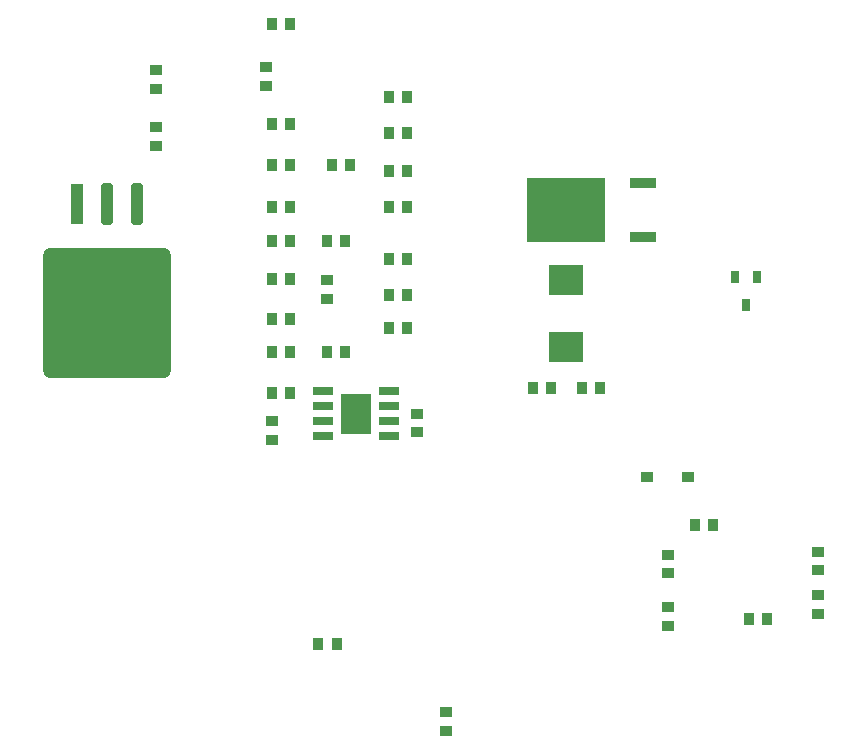
<source format=gbp>
G04*
G04 #@! TF.GenerationSoftware,Altium Limited,Altium Designer,20.0.13 (296)*
G04*
G04 Layer_Color=128*
%FSLAX24Y24*%
%MOIN*%
G70*
G01*
G75*
%ADD22R,0.0366X0.0386*%
%ADD72R,0.1181X0.0984*%
%ADD73R,0.2638X0.2165*%
%ADD74R,0.0866X0.0374*%
%ADD75R,0.0709X0.0256*%
%ADD76R,0.0984X0.1339*%
G04:AMPARAMS|DCode=77|XSize=425.2mil|YSize=433.1mil|CornerRadius=21.3mil|HoleSize=0mil|Usage=FLASHONLY|Rotation=0.000|XOffset=0mil|YOffset=0mil|HoleType=Round|Shape=RoundedRectangle|*
%AMROUNDEDRECTD77*
21,1,0.4252,0.3906,0,0,0.0*
21,1,0.3827,0.4331,0,0,0.0*
1,1,0.0425,0.1913,-0.1953*
1,1,0.0425,-0.1913,-0.1953*
1,1,0.0425,-0.1913,0.1953*
1,1,0.0425,0.1913,0.1953*
%
%ADD77ROUNDEDRECTD77*%
%ADD78R,0.0421X0.1378*%
G04:AMPARAMS|DCode=79|XSize=42.1mil|YSize=137.8mil|CornerRadius=10.5mil|HoleSize=0mil|Usage=FLASHONLY|Rotation=0.000|XOffset=0mil|YOffset=0mil|HoleType=Round|Shape=RoundedRectangle|*
%AMROUNDEDRECTD79*
21,1,0.0421,0.1167,0,0,0.0*
21,1,0.0211,0.1378,0,0,0.0*
1,1,0.0211,0.0105,-0.0584*
1,1,0.0211,-0.0105,-0.0584*
1,1,0.0211,-0.0105,0.0584*
1,1,0.0211,0.0105,0.0584*
%
%ADD79ROUNDEDRECTD79*%
%ADD80R,0.0386X0.0366*%
%ADD81R,0.0256X0.0413*%
%ADD82R,0.0394X0.0335*%
D22*
X16853Y16650D02*
D03*
X16247D02*
D03*
X12347Y13550D02*
D03*
X12953D02*
D03*
X12953Y14650D02*
D03*
X12347D02*
D03*
X16853Y20850D02*
D03*
X16247D02*
D03*
X16853Y22050D02*
D03*
X16247D02*
D03*
X12347Y19800D02*
D03*
X12953D02*
D03*
X12953Y21150D02*
D03*
X12347D02*
D03*
X26447Y7800D02*
D03*
X27053D02*
D03*
X28247Y4650D02*
D03*
X28853D02*
D03*
X21650Y12350D02*
D03*
X21044D02*
D03*
X16853Y18400D02*
D03*
X16247D02*
D03*
X23300Y12350D02*
D03*
X22694D02*
D03*
X14803Y13550D02*
D03*
X14197D02*
D03*
X14508Y3830D02*
D03*
X13902D02*
D03*
X12347Y17250D02*
D03*
X12953D02*
D03*
X14197D02*
D03*
X14803D02*
D03*
X12347Y12200D02*
D03*
X12953D02*
D03*
X12953Y24500D02*
D03*
X12347D02*
D03*
X16247Y15450D02*
D03*
X16853D02*
D03*
X16247Y14350D02*
D03*
X16853D02*
D03*
X16853Y19600D02*
D03*
X16247D02*
D03*
X12953Y18400D02*
D03*
X12347D02*
D03*
X12347Y16000D02*
D03*
X12953D02*
D03*
X14953Y19800D02*
D03*
X14347D02*
D03*
D72*
X22150Y15952D02*
D03*
Y13748D02*
D03*
D73*
X22161Y18300D02*
D03*
D74*
X24739Y17402D02*
D03*
Y19198D02*
D03*
D75*
X16252Y10750D02*
D03*
Y11250D02*
D03*
Y11750D02*
D03*
Y12250D02*
D03*
X14048D02*
D03*
Y11750D02*
D03*
Y11250D02*
D03*
Y10750D02*
D03*
D76*
X15150Y11500D02*
D03*
D77*
X6850Y14850D02*
D03*
D78*
X5850Y18490D02*
D03*
D79*
X6850D02*
D03*
X7850D02*
D03*
D80*
X12150Y23053D02*
D03*
Y22447D02*
D03*
X8500Y21053D02*
D03*
Y20447D02*
D03*
X17200Y11503D02*
D03*
Y10897D02*
D03*
X25550Y6803D02*
D03*
Y6197D02*
D03*
X8500Y22347D02*
D03*
Y22953D02*
D03*
X30550Y6297D02*
D03*
Y6903D02*
D03*
X12357Y10647D02*
D03*
Y11253D02*
D03*
X30550Y5453D02*
D03*
Y4847D02*
D03*
X25550Y5053D02*
D03*
Y4447D02*
D03*
X14200Y15347D02*
D03*
Y15953D02*
D03*
X18150Y947D02*
D03*
Y1553D02*
D03*
D81*
X27776Y16053D02*
D03*
X28524D02*
D03*
X28150Y15147D02*
D03*
D82*
X24861Y9400D02*
D03*
X26239D02*
D03*
M02*

</source>
